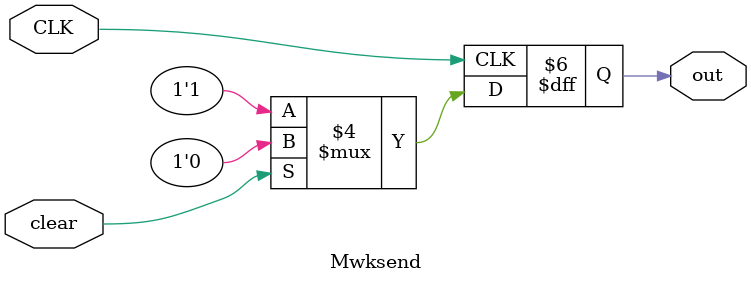
<source format=v>
`timescale 1ns / 1ps
module Mwksend(
        input CLK,  //时钟脉冲
        input clear,
        output reg out
    );
    initial begin
        out = 0;
    end
    always @(negedge CLK) begin
        if (clear) begin
            out <= 0;
        end
        else begin
            out <= 1;
        end
    end
endmodule
</source>
